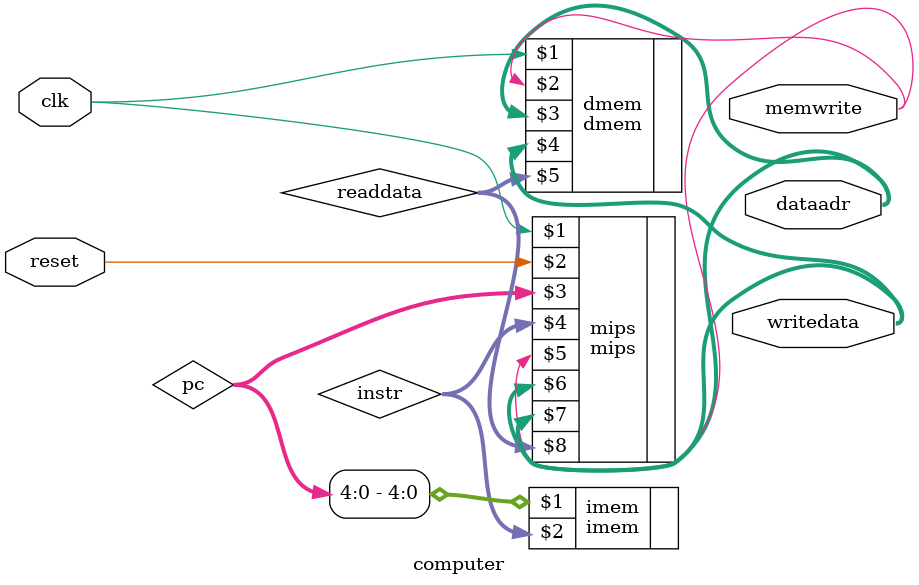
<source format=sv>
`ifndef COMPUTER
`define COMPUTER
`timescale 1ns/100ps

`include "../cpu/cpu.sv"
`include "../imem/imem.sv"
`include "../dmem/dmem.sv"

module computer
    #(parameter n = 16)(
    //
    // ---------------- PORT DEFINITIONS ----------------
    //
    input  logic           clk, reset, 
    output logic [(n-1):0] writedata, dataadr, 
    output logic           memwrite
);
    //
    // ---------------- MODULE DESIGN IMPLEMENTATION ----------------
    //
    wire [(n-1):0] pc, instr, readdata;

    // computer internal components

    // the RISC CPU
    mips mips(clk, reset, pc, instr, memwrite, dataadr, writedata, readdata);
    // the instruction memory ("text segment") in main memory
    imem imem(pc[4:0], instr);
    // the data memory ("data segment") in main memory
    dmem dmem(clk, memwrite, dataadr, writedata, readdata);

endmodule

`endif // COMPUTER
</source>
